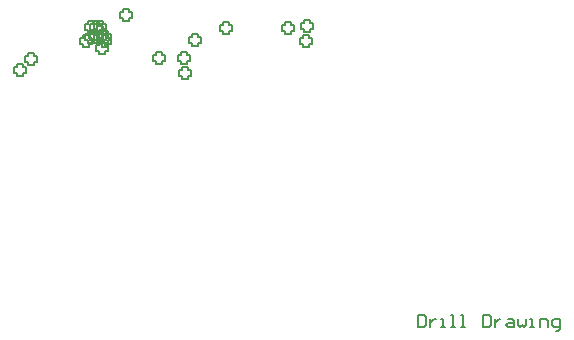
<source format=gbr>
G04 Layer_Color=2752767*
%FSLAX45Y45*%
%MOMM*%
%TF.FileFunction,Drawing*%
%TF.Part,Single*%
%TFFileComment,The blind Vias under BGA and Other Pads are Via-In-Pad (VIP)*%
G01*
G75*
%TA.AperFunction,NonConductor*%
%ADD39C,0.15000*%
%ADD155C,0.12700*%
D39*
X3599430Y-2422042D02*
Y-2522009D01*
X3649414D01*
X3666075Y-2505348D01*
Y-2438703D01*
X3649414Y-2422042D01*
X3599430D01*
X3699398Y-2455364D02*
Y-2522009D01*
Y-2488687D01*
X3716060Y-2472026D01*
X3732721Y-2455364D01*
X3749382D01*
X3799366Y-2522009D02*
X3832689D01*
X3816027D01*
Y-2455364D01*
X3799366D01*
X3882672Y-2522009D02*
X3915995D01*
X3899334D01*
Y-2422042D01*
X3882672D01*
X3965979Y-2522009D02*
X3999301D01*
X3982640D01*
Y-2422042D01*
X3965979D01*
X4149253D02*
Y-2522009D01*
X4199237D01*
X4215898Y-2505348D01*
Y-2438703D01*
X4199237Y-2422042D01*
X4149253D01*
X4249221Y-2455364D02*
Y-2522009D01*
Y-2488687D01*
X4265882Y-2472026D01*
X4282543Y-2455364D01*
X4299205D01*
X4365850D02*
X4399173D01*
X4415834Y-2472026D01*
Y-2522009D01*
X4365850D01*
X4349189Y-2505348D01*
X4365850Y-2488687D01*
X4415834D01*
X4449156Y-2455364D02*
Y-2505348D01*
X4465818Y-2522009D01*
X4482479Y-2505348D01*
X4499140Y-2522009D01*
X4515801Y-2505348D01*
Y-2455364D01*
X4549124Y-2522009D02*
X4582447D01*
X4565786D01*
Y-2455364D01*
X4549124D01*
X4632431Y-2522009D02*
Y-2455364D01*
X4682415D01*
X4699076Y-2472026D01*
Y-2522009D01*
X4765721Y-2555332D02*
X4782382D01*
X4799043Y-2538671D01*
Y-2455364D01*
X4749060D01*
X4732398Y-2472026D01*
Y-2505348D01*
X4749060Y-2522009D01*
X4799043D01*
D155*
X1683589Y-114005D02*
Y-139405D01*
X1734389D01*
Y-114005D01*
X1759789D01*
Y-63205D01*
X1734389D01*
Y-37805D01*
X1683589D01*
Y-63205D01*
X1658189D01*
Y-114005D01*
X1683589D01*
X1381591Y-265611D02*
Y-291011D01*
X1432391D01*
Y-265611D01*
X1457791D01*
Y-214811D01*
X1432391D01*
Y-189411D01*
X1381591D01*
Y-214811D01*
X1356191D01*
Y-265611D01*
X1381591D01*
X1594182Y-270611D02*
Y-296011D01*
X1644982D01*
Y-270611D01*
X1670382D01*
Y-219811D01*
X1644982D01*
Y-194411D01*
X1594182D01*
Y-219811D01*
X1568782D01*
Y-270611D01*
X1594182D01*
X1948517Y-13564D02*
Y-38964D01*
X1999317D01*
Y-13564D01*
X2024717D01*
Y37236D01*
X1999317D01*
Y62636D01*
X1948517D01*
Y37236D01*
X1923117D01*
Y-13564D01*
X1948517D01*
X2624659Y-129134D02*
Y-154534D01*
X2675459D01*
Y-129134D01*
X2700859D01*
Y-78334D01*
X2675459D01*
Y-52934D01*
X2624659D01*
Y-78334D01*
X2599259D01*
Y-129134D01*
X2624659D01*
X1603579Y-393294D02*
Y-418694D01*
X1654379D01*
Y-393294D01*
X1679779D01*
Y-342494D01*
X1654379D01*
Y-317094D01*
X1603579D01*
Y-342494D01*
X1578179D01*
Y-393294D01*
X1603579D01*
X2476069Y-13564D02*
Y-38964D01*
X2526869D01*
Y-13564D01*
X2552269D01*
Y37236D01*
X2526869D01*
Y62636D01*
X2476069D01*
Y37236D01*
X2450669D01*
Y-13564D01*
X2476069D01*
X1100229Y95986D02*
Y70586D01*
X1151029D01*
Y95986D01*
X1176429D01*
Y146786D01*
X1151029D01*
Y172186D01*
X1100229D01*
Y146786D01*
X1074829D01*
Y95986D01*
X1100229D01*
X805229Y-9014D02*
Y-34414D01*
X856029D01*
Y-9014D01*
X881429D01*
Y41786D01*
X856029D01*
Y67186D01*
X805229D01*
Y41786D01*
X779829D01*
Y-9014D01*
X805229D01*
X845229D02*
Y-34414D01*
X896029D01*
Y-9014D01*
X921429D01*
Y41786D01*
X896029D01*
Y67186D01*
X845229D01*
Y41786D01*
X819829D01*
Y-9014D01*
X845229D01*
X925229Y-89014D02*
Y-114414D01*
X976029D01*
Y-89014D01*
X1001429D01*
Y-38214D01*
X976029D01*
Y-12814D01*
X925229D01*
Y-38214D01*
X899829D01*
Y-89014D01*
X925229D01*
X925229Y-129014D02*
Y-154414D01*
X976029D01*
Y-129014D01*
X1001429D01*
Y-78214D01*
X976029D01*
Y-52814D01*
X925229D01*
Y-78214D01*
X899829D01*
Y-129014D01*
X925229D01*
X845229Y-89014D02*
Y-114414D01*
X896029D01*
Y-89014D01*
X921429D01*
Y-38214D01*
X896029D01*
Y-12814D01*
X845229D01*
Y-38214D01*
X819829D01*
Y-89014D01*
X845229D01*
X765229Y-129014D02*
Y-154414D01*
X816029D01*
Y-129014D01*
X841429D01*
Y-78214D01*
X816029D01*
Y-52814D01*
X765229D01*
Y-78214D01*
X739829D01*
Y-129014D01*
X765229D01*
X209359Y-372914D02*
Y-398314D01*
X260159D01*
Y-372914D01*
X285559D01*
Y-322114D01*
X260159D01*
Y-296714D01*
X209359D01*
Y-322114D01*
X183959D01*
Y-372914D01*
X209359D01*
X302049Y-279221D02*
Y-304621D01*
X352849D01*
Y-279221D01*
X378249D01*
Y-228421D01*
X352849D01*
Y-203021D01*
X302049D01*
Y-228421D01*
X276649D01*
Y-279221D01*
X302049D01*
X902762Y-181002D02*
Y-206402D01*
X953562D01*
Y-181002D01*
X978962D01*
Y-130202D01*
X953562D01*
Y-104802D01*
X902762D01*
Y-130202D01*
X877362D01*
Y-181002D01*
X902762D01*
X885229Y-49014D02*
Y-74414D01*
X936029D01*
Y-49014D01*
X961429D01*
Y1786D01*
X936029D01*
Y27186D01*
X885229D01*
Y1786D01*
X859829D01*
Y-49014D01*
X885229D01*
X805229Y-89014D02*
Y-114414D01*
X856029D01*
Y-89014D01*
X881429D01*
Y-38214D01*
X856029D01*
Y-12814D01*
X805229D01*
Y-38214D01*
X779829D01*
Y-89014D01*
X805229D01*
X885229Y-89014D02*
Y-114414D01*
X936029D01*
Y-89014D01*
X961429D01*
Y-38214D01*
X936029D01*
Y-12814D01*
X885229D01*
Y-38214D01*
X859829D01*
Y-89014D01*
X885229D01*
X885229Y-9014D02*
Y-34414D01*
X936029D01*
Y-9014D01*
X961429D01*
Y41786D01*
X936029D01*
Y67186D01*
X885229D01*
Y41786D01*
X859829D01*
Y-9014D01*
X885229D01*
X2639800Y2500D02*
Y-22900D01*
X2690600D01*
Y2500D01*
X2716000D01*
Y53300D01*
X2690600D01*
Y78700D01*
X2639800D01*
Y53300D01*
X2614400D01*
Y2500D01*
X2639800D01*
%TF.MD5,fdde48725a8e26c391107e3e925bc406*%
M02*

</source>
